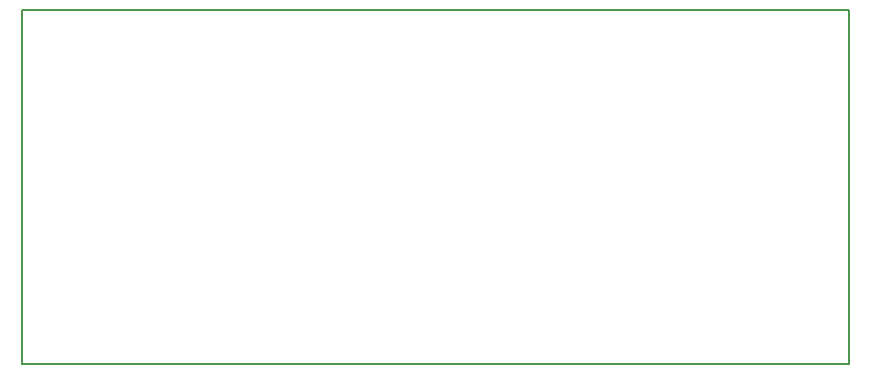
<source format=gm1>
G04 #@! TF.FileFunction,Profile,NP*
%FSLAX46Y46*%
G04 Gerber Fmt 4.6, Leading zero omitted, Abs format (unit mm)*
G04 Created by KiCad (PCBNEW 4.0.7-e2-6376~58~ubuntu16.04.1) date Mon Jan  8 16:23:01 2018*
%MOMM*%
%LPD*%
G01*
G04 APERTURE LIST*
%ADD10C,0.100000*%
%ADD11C,0.150000*%
G04 APERTURE END LIST*
D10*
D11*
X116800000Y-120900000D02*
X116800000Y-90900000D01*
X186850000Y-120900000D02*
X116800000Y-120900000D01*
X186850000Y-90900000D02*
X186850000Y-120900000D01*
X116800000Y-90900000D02*
X186850000Y-90900000D01*
M02*

</source>
